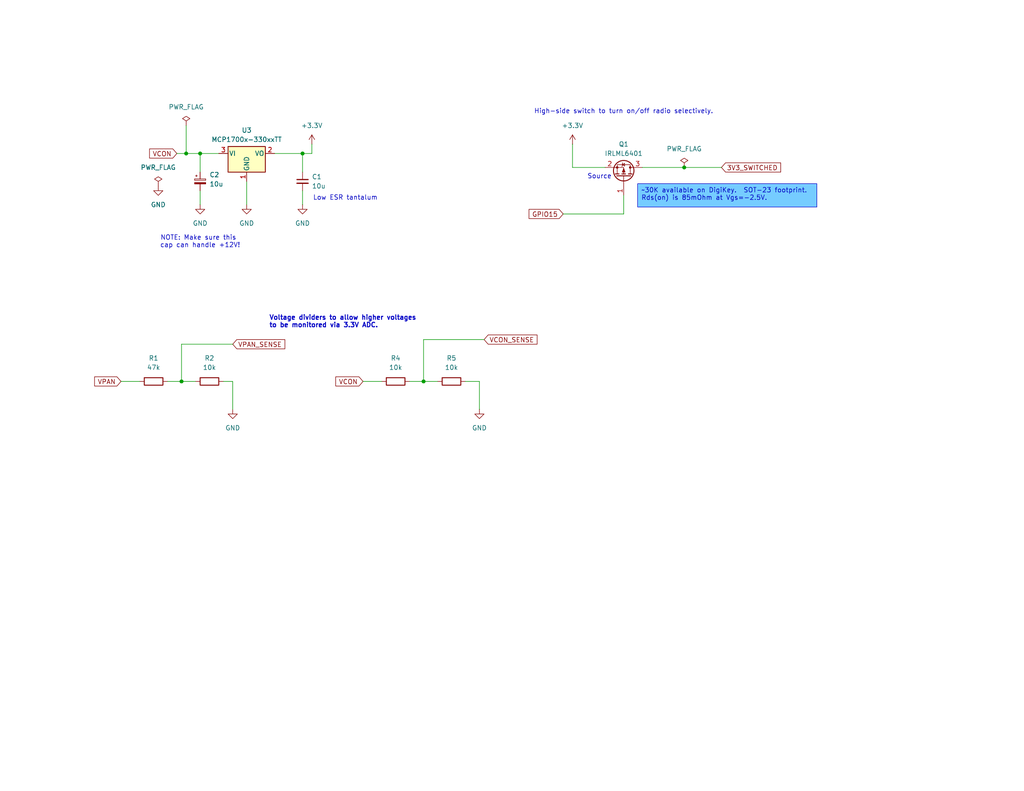
<source format=kicad_sch>
(kicad_sch (version 20250114) (generator "eeschema") (generator_version "9.0")
  (paper "USLetter")
  (title_block (title "KC1FSZ LoRa Controller Board") (date "2025-05-11") (rev "1") (company "Bruce MacKinnon") (comment 1 "Copyright (C) 2025, Bruce MacKinnon") (comment 2 "NOT FOR COMMERCIAL USE"))
  (lib_symbols
    (symbol "Device:C_Polarized_Small" (pin_numbers (hide yes)) (pin_names (offset 0.254) (hide yes))
      (property "Reference" "C" (at 0.254 1.778 0))
      (property "Value" "C_Polarized_Small" (at 0.254 -2.032 0))
      (symbol "C_Polarized_Small_0_1"
        (rectangle (start -1.524 0.6858) (end 1.524 0.3048))
        (rectangle (start -1.524 -0.3048) (end 1.524 -0.6858) (fill (type outline)))
        (polyline (pts (xy -1.27 1.524) (xy -0.762 1.524)))
        (polyline (pts (xy -1.016 1.27) (xy -1.016 1.778)))
      )
      (symbol "C_Polarized_Small_1_1"
        (pin passive line (at 0 2.54 270) (length 1.8542) (name "~") (number "1"))
        (pin passive line (at 0 -2.54 90) (length 1.8542) (name "~") (number "2"))
      )
    )
    (symbol "Device:C_Small" (pin_numbers (hide yes)) (pin_names (offset 0.254) (hide yes))
      (property "Reference" "C" (at 0.254 1.778 0))
      (property "Value" "C_Small" (at 0.254 -2.032 0))
      (symbol "C_Small_0_1"
        (polyline (pts (xy -1.524 0.508) (xy 1.524 0.508)) (stroke (width 0.3048)))
        (polyline (pts (xy -1.524 -0.508) (xy 1.524 -0.508)) (stroke (width 0.3302)))
      )
      (symbol "C_Small_1_1"
        (pin passive line (at 0 2.54 270) (length 2.032) (name "~") (number "1"))
        (pin passive line (at 0 -2.54 90) (length 2.032) (name "~") (number "2"))
      )
    )
    (symbol "Device:R" (pin_numbers (hide yes)) (pin_names (offset 0))
      (property "Reference" "R" (at 2.032 0 90))
      (property "Value" "R" (at 0 0 90))
      (symbol "R_0_1"
        (rectangle (start -1.016 -2.54) (end 1.016 2.54) (stroke (width 0.254)))
      )
      (symbol "R_1_1"
        (pin passive line (at 0 3.81 270) (length 1.27) (name "~") (number "1"))
        (pin passive line (at 0 -3.81 90) (length 1.27) (name "~") (number "2"))
      )
    )
    (symbol "Regulator_Linear:MCP1700x-330xxTT" (pin_names (offset 0.254))
      (property "Reference" "U" (at -3.81 3.175 0))
      (property "Value" "MCP1700x-330xxTT" (at 0 3.175 0))
      (symbol "MCP1700x-330xxTT_0_1"
        (rectangle (start -5.08 1.905) (end 5.08 -5.08) (stroke (width 0.254)) (fill (type background)))
      )
      (symbol "MCP1700x-330xxTT_1_1"
        (pin power_in line (at -7.62 0 0) (length 2.54) (name "VI") (number "3"))
        (pin power_in line (at 0 -7.62 90) (length 2.54) (name "GND") (number "1"))
        (pin power_out line (at 7.62 0 180) (length 2.54) (name "VO") (number "2"))
      )
    )
    (symbol "Transistor_FET:IRLML6401" (pin_names (hide yes))
      (property "Reference" "Q" (at 5.08 1.905 0))
      (property "Value" "IRLML6401" (at 5.08 0 0))
      (symbol "IRLML6401_0_1"
        (polyline (pts (xy 0.254 1.905) (xy 0.254 -1.905)) (stroke (width 0.254)))
        (polyline (pts (xy 0.254 0) (xy -2.54 0)))
        (polyline (pts (xy 0.762 2.286) (xy 0.762 1.27)) (stroke (width 0.254)))
        (polyline (pts (xy 0.762 1.778) (xy 3.302 1.778) (xy 3.302 -1.778) (xy 0.762 -1.778)))
        (polyline (pts (xy 0.762 0.508) (xy 0.762 -0.508)) (stroke (width 0.254)))
        (polyline (pts (xy 0.762 -1.27) (xy 0.762 -2.286)) (stroke (width 0.254)))
        (circle (center 1.651 0) (radius 2.794) (stroke (width 0.254)))
        (polyline (pts (xy 2.286 0) (xy 1.27 0.381) (xy 1.27 -0.381) (xy 2.286 0)) (fill (type outline)))
        (polyline (pts (xy 2.54 2.54) (xy 2.54 1.778)))
        (circle (center 2.54 1.778) (radius 0.254) (fill (type outline)))
        (circle (center 2.54 -1.778) (radius 0.254) (fill (type outline)))
        (polyline (pts (xy 2.54 -2.54) (xy 2.54 0) (xy 0.762 0)))
        (polyline (pts (xy 2.794 -0.508) (xy 2.921 -0.381) (xy 3.683 -0.381) (xy 3.81 -0.254)))
        (polyline (pts (xy 3.302 -0.381) (xy 2.921 0.254) (xy 3.683 0.254) (xy 3.302 -0.381)))
      )
      (symbol "IRLML6401_1_1"
        (pin input line (at -5.08 0 0) (length 2.54) (name "G") (number "1"))
        (pin passive line (at 2.54 5.08 270) (length 2.54) (name "D") (number "3"))
        (pin passive line (at 2.54 -5.08 90) (length 2.54) (name "S") (number "2"))
      )
    )
    (symbol "power:+3.3V" (power) (pin_numbers (hide yes)) (pin_names (offset 0) (hide yes))
      (property "Value" "+3.3V" (at 0 3.556 0))
      (symbol "+3.3V_0_1"
        (polyline (pts (xy -0.762 1.27) (xy 0 2.54)))
        (polyline (pts (xy 0 2.54) (xy 0.762 1.27)))
        (polyline (pts (xy 0 0) (xy 0 2.54)))
      )
      (symbol "+3.3V_1_1"
        (pin power_in line (at 0 0 90) (length 0) (name "~") (number "1"))
      )
    )
    (symbol "power:GND" (power) (pin_numbers (hide yes)) (pin_names (offset 0) (hide yes))
      (property "Value" "GND" (at 0 -3.81 0))
      (symbol "GND_0_1"
        (polyline (pts (xy 0 0) (xy 0 -1.27) (xy 1.27 -1.27) (xy 0 -2.54) (xy -1.27 -1.27) (xy 0 -1.27)))
      )
      (symbol "GND_1_1"
        (pin power_in line (at 0 0 270) (length 0) (name "~") (number "1"))
      )
    )
    (symbol "power:PWR_FLAG" (power) (pin_numbers (hide yes)) (pin_names (offset 0) (hide yes))
      (property "Value" "PWR_FLAG" (at 0 3.81 0))
      (symbol "PWR_FLAG_0_0"
        (pin power_out line (at 0 0 90) (length 0) (name "~") (number "1"))
      )
      (symbol "PWR_FLAG_0_1"
        (polyline (pts (xy 0 0) (xy 0 1.27) (xy -1.016 1.905) (xy 0 2.54) (xy 1.016 1.905) (xy 0 1.27)))
      )
    )
  )
  (text "NOTE: Make sure this \ncap can handle +12V!" (at 54.61 66.04 0) (effects (font (size 1.27 1.27))))
  (text "High-side switch to turn on/off radio selectively." (at 170.18 30.48 0) (effects (font (size 1.27 1.27))))
  (text "Source" (at 163.576 48.26 0) (effects (font (size 1.27 1.27))))
  (text "Low ESR tantalum" (at 94.234 54.102 0) (effects (font (size 1.27 1.27))))
  (text "Voltage dividers to allow higher voltages\nto be monitored via 3.3V ADC." (at 73.406 89.662 0) (effects (font (size 1.27 1.27) (thickness 0.254) (bold yes)) (justify left bottom)))
  (text_box "~30K available on DigiKey.  SOT-23 footprint.\nRds(on) is 85mOhm at Vgs=-2.5V." (at 173.99 50.165 0) (size 48.895 6.35) (margins 0.9525 0.9525 0.9525 0.9525) (fill (type color) (color 117 204 255 1)) (effects (font (size 1.27 1.27)) (justify left top)))
  (junction (at 50.8 41.91))
  (junction (at 54.61 41.91))
  (junction (at 115.57 104.14))
  (junction (at 186.69 45.72))
  (junction (at 49.53 104.14))
  (junction (at 82.55 41.91))
  (wire (pts (xy 111.76 104.14) (xy 115.57 104.14)))
  (wire (pts (xy 130.81 111.76) (xy 130.81 104.14)))
  (wire (pts (xy 156.21 39.37) (xy 156.21 45.72)))
  (wire (pts (xy 115.57 104.14) (xy 119.38 104.14)))
  (wire (pts (xy 82.55 41.91) (xy 85.09 41.91)))
  (wire (pts (xy 85.09 41.91) (xy 85.09 39.37)))
  (wire (pts (xy 156.21 45.72) (xy 165.1 45.72)))
  (wire (pts (xy 33.02 104.14) (xy 38.1 104.14)))
  (wire (pts (xy 49.53 93.98) (xy 63.5 93.98)))
  (wire (pts (xy 50.8 41.91) (xy 54.61 41.91)))
  (wire (pts (xy 153.67 58.42) (xy 170.18 58.42)))
  (wire (pts (xy 63.5 104.14) (xy 60.96 104.14)))
  (wire (pts (xy 49.53 104.14) (xy 53.34 104.14)))
  (wire (pts (xy 48.26 41.91) (xy 50.8 41.91)))
  (wire (pts (xy 170.18 58.42) (xy 170.18 53.34)))
  (wire (pts (xy 63.5 111.76) (xy 63.5 104.14)))
  (wire (pts (xy 50.8 34.29) (xy 50.8 41.91)))
  (wire (pts (xy 49.53 104.14) (xy 49.53 93.98)))
  (wire (pts (xy 45.72 104.14) (xy 49.53 104.14)))
  (wire (pts (xy 115.57 92.71) (xy 132.08 92.71)))
  (wire (pts (xy 74.93 41.91) (xy 82.55 41.91)))
  (wire (pts (xy 186.69 45.72) (xy 196.85 45.72)))
  (wire (pts (xy 82.55 55.88) (xy 82.55 52.07)))
  (wire (pts (xy 54.61 55.88) (xy 54.61 52.07)))
  (wire (pts (xy 115.57 104.14) (xy 115.57 92.71)))
  (wire (pts (xy 67.31 55.88) (xy 67.31 49.53)))
  (wire (pts (xy 82.55 41.91) (xy 82.55 46.99)))
  (wire (pts (xy 175.26 45.72) (xy 186.69 45.72)))
  (wire (pts (xy 99.06 104.14) (xy 104.14 104.14)))
  (wire (pts (xy 54.61 41.91) (xy 54.61 46.99)))
  (wire (pts (xy 54.61 41.91) (xy 59.69 41.91)))
  (wire (pts (xy 130.81 104.14) (xy 127 104.14)))
  (global_label "3V3_SWITCHED" (shape input) (at 196.85 45.72 0) (property "Intersheetrefs" "${INTERSHEET_REFS}" (effects (hide yes))))
  (global_label "GPIO15" (shape input) (at 153.67 58.42 180) (property "Intersheetrefs" "${INTERSHEET_REFS}" (effects (hide yes))))
  (global_label "VCON_SENSE" (shape input) (at 132.08 92.71 0) (property "Intersheetrefs" "${INTERSHEET_REFS}" (effects (hide yes))))
  (global_label "VCON" (shape input) (at 99.06 104.14 180) (property "Intersheetrefs" "${INTERSHEET_REFS}" (effects (hide yes))))
  (global_label "VPAN" (shape input) (at 33.02 104.14 180) (property "Intersheetrefs" "${INTERSHEET_REFS}" (effects (hide yes))))
  (global_label "VCON" (shape input) (at 48.26 41.91 180) (property "Intersheetrefs" "${INTERSHEET_REFS}" (effects (hide yes))))
  (global_label "VPAN_SENSE" (shape input) (at 63.5 93.98 0) (property "Intersheetrefs" "${INTERSHEET_REFS}" (effects (hide yes))))
  (symbol (lib_id "power:GND") (at 130.81 111.76 0) (unit 1)
    (property "Reference" "#PWR016" (effects (hide yes)))
    (property "Value" "GND" (at 130.81 116.84 0))
    (property "Description" "Power symbol creates a global label with name \"GND\" , ground" (effects (hide yes)))
  )
  (symbol (lib_id "power:GND") (at 54.61 55.88 0) (unit 1)
    (property "Reference" "#PWR07" (effects (hide yes)))
    (property "Value" "GND" (at 54.61 60.96 0))
    (property "Description" "Power symbol creates a global label with name \"GND\" , ground" (effects (hide yes)))
  )
  (symbol (lib_id "Device:C_Small") (at 82.55 49.53 0) (unit 1)
    (property "Reference" "C1" (at 85.09 48.2662 0) (effects (justify left)))
    (property "Value" "10u" (at 85.09 50.8062 0) (effects (justify left)))
    (property "Footprint" "Capacitor_SMD:C_0805_2012Metric_Pad1.18x1.45mm_HandSolder" (effects (hide yes)))
    (property "Description" "Unpolarized capacitor, small symbol" (effects (hide yes)))
  )
  (symbol (lib_id "Device:R") (at 107.95 104.14 270) (unit 1)
    (property "Reference" "R4" (at 107.95 97.79 90))
    (property "Value" "10k" (at 107.95 100.33 90))
    (property "Footprint" "Resistor_SMD:R_0805_2012Metric_Pad1.20x1.40mm_HandSolder" (effects (hide yes)))
    (property "Description" "Resistor" (effects (hide yes)))
  )
  (symbol (lib_id "power:GND") (at 82.55 55.88 0) (unit 1)
    (property "Reference" "#PWR010" (effects (hide yes)))
    (property "Value" "GND" (at 82.55 60.96 0))
    (property "Description" "Power symbol creates a global label with name \"GND\" , ground" (effects (hide yes)))
  )
  (symbol (lib_id "power:PWR_FLAG") (at 186.69 45.72 0) (unit 1)
    (property "Reference" "#FLG03" (effects (hide yes)))
    (property "Value" "PWR_FLAG" (at 186.69 40.64 0))
    (property "Description" "Special symbol for telling ERC where power comes from" (effects (hide yes)))
  )
  (symbol (lib_id "power:GND") (at 63.5 111.76 0) (unit 1)
    (property "Reference" "#PWR09" (effects (hide yes)))
    (property "Value" "GND" (at 63.5 116.84 0))
    (property "Description" "Power symbol creates a global label with name \"GND\" , ground" (effects (hide yes)))
  )
  (symbol (lib_id "Regulator_Linear:MCP1700x-330xxTT") (at 67.31 41.91 0) (unit 1)
    (property "Reference" "U3" (at 67.31 35.56 0))
    (property "Value" "MCP1700x-330xxTT" (at 67.31 38.1 0))
    (property "Footprint" "Package_TO_SOT_SMD:SOT-23" (effects (hide yes)))
    (property "Datasheet" "http://ww1.microchip.com/downloads/en/DeviceDoc/20001826D.pdf" (effects (hide yes)))
    (property "Description" "250mA Low Quiscent Current LDO, 3.3V output, SOT-23" (effects (hide yes)))
  )
  (symbol (lib_id "Device:R") (at 123.19 104.14 90) (unit 1)
    (property "Reference" "R5" (at 123.19 97.79 90))
    (property "Value" "10k" (at 123.19 100.33 90))
    (property "Footprint" "Resistor_SMD:R_0805_2012Metric_Pad1.20x1.40mm_HandSolder" (effects (hide yes)))
    (property "Description" "Resistor" (effects (hide yes)))
  )
  (symbol (lib_id "power:PWR_FLAG") (at 50.8 34.29 0) (unit 1)
    (property "Reference" "#FLG01" (effects (hide yes)))
    (property "Value" "PWR_FLAG" (at 50.8 29.21 0))
    (property "Description" "Special symbol for telling ERC where power comes from" (effects (hide yes)))
  )
  (symbol (lib_id "Device:R") (at 57.15 104.14 90) (unit 1)
    (property "Reference" "R2" (at 57.15 97.79 90))
    (property "Value" "10k" (at 57.15 100.33 90))
    (property "Footprint" "Resistor_SMD:R_0805_2012Metric_Pad1.20x1.40mm_HandSolder" (effects (hide yes)))
    (property "Description" "Resistor" (effects (hide yes)))
  )
  (symbol (lib_id "power:+3.3V") (at 85.09 39.37 0) (unit 1)
    (property "Reference" "#PWR011" (effects (hide yes)))
    (property "Value" "+3.3V" (at 85.09 34.29 0))
    (property "Description" "Power symbol creates a global label with name \"+3.3V\"" (effects (hide yes)))
  )
  (symbol (lib_id "power:PWR_FLAG") (at 43.18 50.8 0) (unit 1)
    (property "Reference" "#FLG02" (effects (hide yes)))
    (property "Value" "PWR_FLAG" (at 43.18 45.72 0))
    (property "Description" "Special symbol for telling ERC where power comes from" (effects (hide yes)))
  )
  (symbol (lib_id "Transistor_FET:IRLML6401") (at 170.18 48.26 270) (mirror x) (unit 1)
    (property "Reference" "Q1" (at 170.18 39.37 90))
    (property "Value" "IRLML6401" (at 170.18 41.91 90))
    (property "Footprint" "Package_TO_SOT_SMD:SOT-23" (effects (hide yes)))
    (property "Datasheet" "https://www.infineon.com/dgdl/irlml6401pbf.pdf?fileId=5546d462533600a401535668b96d2634" (effects (hide yes)))
    (property "Description" "-4.3A Id, -12V Vds, 50mOhm Rds, P-Channel HEXFET Power MOSFET, SOT-23" (effects (hide yes)))
  )
  (symbol (lib_id "power:GND") (at 43.18 50.8 0) (unit 1)
    (property "Reference" "#PWR023" (effects (hide yes)))
    (property "Value" "GND" (at 43.18 55.88 0))
    (property "Description" "Power symbol creates a global label with name \"GND\" , ground" (effects (hide yes)))
  )
  (symbol (lib_id "Device:C_Polarized_Small") (at 54.61 49.53 0) (unit 1)
    (property "Reference" "C2" (at 57.15 47.7138 0) (effects (justify left)))
    (property "Value" "10u" (at 57.15 50.2538 0) (effects (justify left)))
    (property "Footprint" "Capacitor_SMD:CP_Elec_4x5.4" (effects (hide yes)))
    (property "Description" "Polarized capacitor, small symbol" (effects (hide yes)))
  )
  (symbol (lib_id "Device:R") (at 41.91 104.14 270) (unit 1)
    (property "Reference" "R1" (at 41.91 97.79 90))
    (property "Value" "47k" (at 41.91 100.33 90))
    (property "Footprint" "Resistor_SMD:R_0805_2012Metric_Pad1.20x1.40mm_HandSolder" (effects (hide yes)))
    (property "Description" "Resistor" (effects (hide yes)))
  )
  (symbol (lib_id "power:GND") (at 67.31 55.88 0) (unit 1)
    (property "Reference" "#PWR08" (effects (hide yes)))
    (property "Value" "GND" (at 67.31 60.96 0))
    (property "Description" "Power symbol creates a global label with name \"GND\" , ground" (effects (hide yes)))
  )
  (symbol (lib_id "power:+3.3V") (at 156.21 39.37 0) (unit 1)
    (property "Reference" "#PWR03" (effects (hide yes)))
    (property "Value" "+3.3V" (at 156.21 34.29 0))
    (property "Description" "Power symbol creates a global label with name \"+3.3V\"" (effects (hide yes)))
  )
)
</source>
